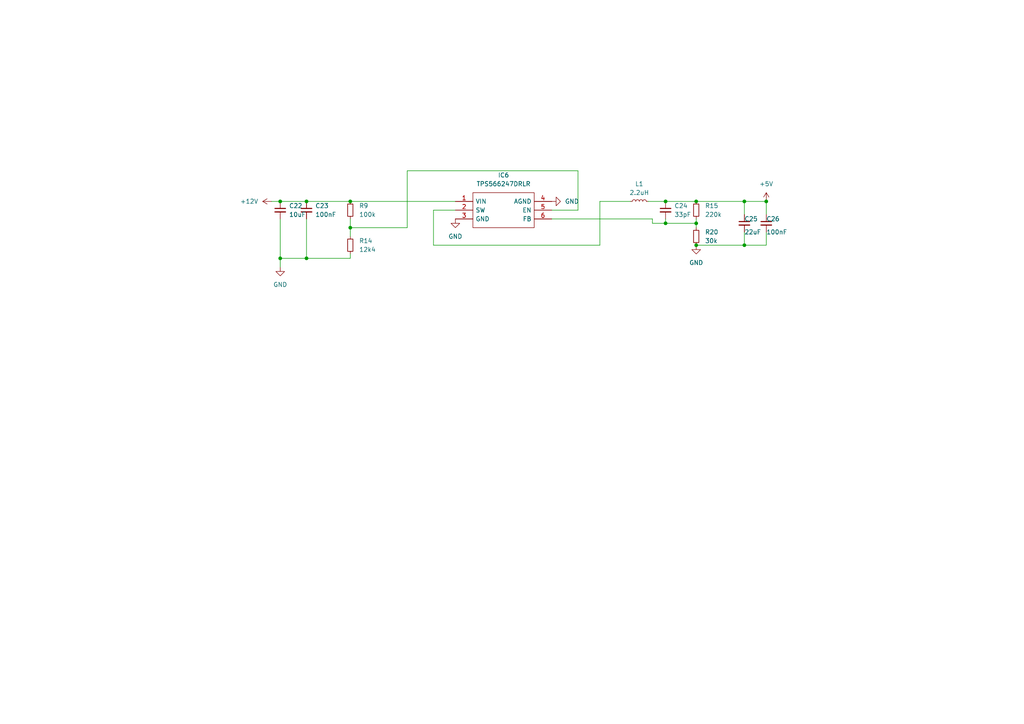
<source format=kicad_sch>
(kicad_sch (version 20231120) (generator "eeschema") (generator_version "8.0")
  (paper "A4")
  (lib_symbols
    (symbol "Device:C_Small" (pin_numbers hide) (pin_names (offset 0.254) hide)
      (property "Reference" "C" (at 0.254 1.778 0))
      (property "Value" "C_Small" (at 0.254 -2.032 0))
      (symbol "C_Small_0_1"
        (polyline (pts (xy -1.524 -0.508) (xy 1.524 -0.508)) (stroke (width 0.3302)))
        (polyline (pts (xy -1.524 0.508) (xy 1.524 0.508)) (stroke (width 0.3048)))
      )
      (symbol "C_Small_1_1"
        (pin passive line (at 0 2.54 270) (length 2.032) (name "~") (number "1"))
        (pin passive line (at 0 -2.54 90) (length 2.032) (name "~") (number "2"))
      )
    )
    (symbol "Device:L_Small" (pin_numbers hide) (pin_names (offset 0.254) hide)
      (property "Reference" "L" (at 0.762 1.016 0))
      (property "Value" "L_Small" (at 0.762 -1.016 0))
      (symbol "L_Small_0_1"
        (arc (start 0 -2.032) (mid 0.5058 -1.524) (end 0 -1.016))
        (arc (start 0 -1.016) (mid 0.5058 -0.508) (end 0 0))
        (arc (start 0 0) (mid 0.5058 0.508) (end 0 1.016))
        (arc (start 0 1.016) (mid 0.5058 1.524) (end 0 2.032))
      )
      (symbol "L_Small_1_1"
        (pin passive line (at 0 2.54 270) (length 0.508) (name "~") (number "1"))
        (pin passive line (at 0 -2.54 90) (length 0.508) (name "~") (number "2"))
      )
    )
    (symbol "Device:R_Small" (pin_numbers hide) (pin_names (offset 0.254) hide)
      (property "Reference" "R" (at 0.762 0.508 0))
      (property "Value" "R_Small" (at 0.762 -1.016 0))
      (symbol "R_Small_0_1"
        (rectangle (start -0.762 1.778) (end 0.762 -1.778) (stroke (width 0.2032)))
      )
      (symbol "R_Small_1_1"
        (pin passive line (at 0 2.54 270) (length 0.762) (name "~") (number "1"))
        (pin passive line (at 0 -2.54 90) (length 0.762) (name "~") (number "2"))
      )
    )
    (symbol "local_library:TPS566247DRLR" (pin_names (offset 0.762))
      (property "Reference" "IC" (at 24.13 7.62 0))
      (property "Value" "TPS566247DRLR" (at 24.13 5.08 0))
      (symbol "TPS566247DRLR_0_0"
        (pin passive line (at 0 0 0) (length 5.08) (name "VIN") (number "1"))
        (pin passive line (at 0 -2.54 0) (length 5.08) (name "SW") (number "2"))
        (pin passive line (at 0 -5.08 0) (length 5.08) (name "GND") (number "3"))
        (pin passive line (at 27.94 0 180) (length 5.08) (name "AGND") (number "4"))
        (pin passive line (at 27.94 -2.54 180) (length 5.08) (name "EN") (number "5"))
        (pin passive line (at 27.94 -5.08 180) (length 5.08) (name "FB") (number "6"))
      )
      (symbol "TPS566247DRLR_0_1"
        (polyline (pts (xy 5.08 2.54) (xy 22.86 2.54) (xy 22.86 -7.62) (xy 5.08 -7.62) (xy 5.08 2.54)) (stroke (width 0.1524)))
      )
    )
    (symbol "power:+12V" (power) (pin_names (offset 0))
      (property "Value" "+12V" (at 0 3.556 0))
      (symbol "+12V_0_1"
        (polyline (pts (xy -0.762 1.27) (xy 0 2.54)))
        (polyline (pts (xy 0 0) (xy 0 2.54)))
        (polyline (pts (xy 0 2.54) (xy 0.762 1.27)))
      )
      (symbol "+12V_1_1"
        (pin power_in line (at 0 0 90) (length 0) hide (name "+12V") (number "1"))
      )
    )
    (symbol "power:+5V" (power) (pin_names (offset 0))
      (property "Value" "+5V" (at 0 3.556 0))
      (symbol "+5V_0_1"
        (polyline (pts (xy -0.762 1.27) (xy 0 2.54)))
        (polyline (pts (xy 0 0) (xy 0 2.54)))
        (polyline (pts (xy 0 2.54) (xy 0.762 1.27)))
      )
      (symbol "+5V_1_1"
        (pin power_in line (at 0 0 90) (length 0) hide (name "+5V") (number "1"))
      )
    )
    (symbol "power:GND" (power) (pin_names (offset 0))
      (property "Value" "GND" (at 0 -3.81 0))
      (symbol "GND_0_1"
        (polyline (pts (xy 0 0) (xy 0 -1.27) (xy 1.27 -1.27) (xy 0 -2.54) (xy -1.27 -1.27) (xy 0 -1.27)))
      )
      (symbol "GND_1_1"
        (pin power_in line (at 0 0 270) (length 0) hide (name "GND") (number "1"))
      )
    )
  )
  (junction (at 88.9 58.42))
  (junction (at 222.25 58.42))
  (junction (at 215.9 71.12))
  (junction (at 81.28 74.93))
  (junction (at 201.93 58.42))
  (junction (at 193.04 58.42))
  (junction (at 193.04 64.77))
  (junction (at 201.93 64.77))
  (junction (at 88.9 74.93))
  (junction (at 215.9 58.42))
  (junction (at 101.6 58.42))
  (junction (at 81.28 58.42))
  (junction (at 101.6 66.04))
  (junction (at 201.93 71.12))
  (wire (pts (xy 88.9 74.93) (xy 101.6 74.93)))
  (wire (pts (xy 81.28 77.47) (xy 81.28 74.93)))
  (wire (pts (xy 201.93 71.12) (xy 215.9 71.12)))
  (wire (pts (xy 118.11 66.04) (xy 101.6 66.04)))
  (wire (pts (xy 173.99 71.12) (xy 173.99 58.42)))
  (wire (pts (xy 193.04 64.77) (xy 201.93 64.77)))
  (wire (pts (xy 201.93 63.5) (xy 201.93 64.77)))
  (wire (pts (xy 222.25 67.31) (xy 222.25 71.12)))
  (wire (pts (xy 118.11 49.53) (xy 118.11 66.04)))
  (wire (pts (xy 81.28 74.93) (xy 81.28 63.5)))
  (wire (pts (xy 101.6 73.66) (xy 101.6 74.93)))
  (wire (pts (xy 222.25 71.12) (xy 215.9 71.12)))
  (wire (pts (xy 173.99 58.42) (xy 182.88 58.42)))
  (wire (pts (xy 101.6 63.5) (xy 101.6 66.04)))
  (wire (pts (xy 193.04 58.42) (xy 201.93 58.42)))
  (wire (pts (xy 187.96 58.42) (xy 193.04 58.42)))
  (wire (pts (xy 125.73 71.12) (xy 173.99 71.12)))
  (wire (pts (xy 167.64 60.96) (xy 167.64 49.53)))
  (wire (pts (xy 78.74 58.42) (xy 81.28 58.42)))
  (wire (pts (xy 222.25 58.42) (xy 215.9 58.42)))
  (wire (pts (xy 201.93 64.77) (xy 201.93 66.04)))
  (wire (pts (xy 167.64 49.53) (xy 118.11 49.53)))
  (wire (pts (xy 215.9 62.23) (xy 215.9 58.42)))
  (wire (pts (xy 189.23 63.5) (xy 189.23 64.77)))
  (wire (pts (xy 215.9 58.42) (xy 201.93 58.42)))
  (wire (pts (xy 215.9 71.12) (xy 215.9 67.31)))
  (wire (pts (xy 101.6 66.04) (xy 101.6 68.58)))
  (wire (pts (xy 88.9 74.93) (xy 88.9 63.5)))
  (wire (pts (xy 101.6 58.42) (xy 132.08 58.42)))
  (wire (pts (xy 125.73 60.96) (xy 125.73 71.12)))
  (wire (pts (xy 160.02 60.96) (xy 167.64 60.96)))
  (wire (pts (xy 132.08 60.96) (xy 125.73 60.96)))
  (wire (pts (xy 81.28 58.42) (xy 88.9 58.42)))
  (wire (pts (xy 193.04 63.5) (xy 193.04 64.77)))
  (wire (pts (xy 189.23 64.77) (xy 193.04 64.77)))
  (wire (pts (xy 160.02 63.5) (xy 189.23 63.5)))
  (wire (pts (xy 81.28 74.93) (xy 88.9 74.93)))
  (wire (pts (xy 222.25 62.23) (xy 222.25 58.42)))
  (wire (pts (xy 88.9 58.42) (xy 101.6 58.42)))
  (symbol (lib_id "Device:C_Small") (at 88.9 60.96 0) (unit 1)
    (property "Reference" "C23" (at 91.44 59.6962 0) (effects (justify left)))
    (property "Value" "100nF" (at 91.44 62.2362 0) (effects (justify left)))
    (property "Footprint" "Capacitor_SMD:C_0603_1608Metric" (effects (hide yes)))
  )
  (symbol (lib_id "Device:R_Small") (at 101.6 60.96 0) (unit 1)
    (property "Reference" "R9" (at 104.14 59.6899 0) (effects (justify left)))
    (property "Value" "100k" (at 104.14 62.2299 0) (effects (justify left)))
    (property "Footprint" "Resistor_SMD:R_0603_1608Metric" (effects (hide yes)))
  )
  (symbol (lib_id "power:GND") (at 160.02 58.42 90) (unit 1)
    (property "Reference" "#PWR0127" (effects (hide yes)))
    (property "Value" "GND" (at 163.83 58.4199 90) (effects (justify right)))
  )
  (symbol (lib_id "Device:C_Small") (at 193.04 60.96 0) (unit 1)
    (property "Reference" "C24" (at 195.58 59.6962 0) (effects (justify left)))
    (property "Value" "33pF" (at 195.58 62.2362 0) (effects (justify left)))
    (property "Footprint" "Capacitor_SMD:C_0603_1608Metric" (effects (hide yes)))
  )
  (symbol (lib_id "power:GND") (at 201.93 71.12 0) (unit 1)
    (property "Reference" "#PWR0128" (effects (hide yes)))
    (property "Value" "GND" (at 201.93 76.2 0))
  )
  (symbol (lib_id "power:+5V") (at 222.25 58.42 0) (unit 1)
    (property "Reference" "#PWR0129" (effects (hide yes)))
    (property "Value" "+5V" (at 222.25 53.34 0))
  )
  (symbol (lib_id "Device:R_Small") (at 201.93 60.96 0) (unit 1)
    (property "Reference" "R15" (at 204.47 59.6899 0) (effects (justify left)))
    (property "Value" "220k" (at 204.47 62.2299 0) (effects (justify left)))
    (property "Footprint" "Resistor_SMD:R_0603_1608Metric" (effects (hide yes)))
  )
  (symbol (lib_id "Device:L_Small") (at 185.42 58.42 90) (unit 1)
    (property "Reference" "L1" (at 185.42 53.34 90))
    (property "Value" "2.2uH" (at 185.42 55.88 90))
    (property "Footprint" "Library_local:XAL5030222MEC" (effects (hide yes)))
    (property "Model" "XAL5030-222MEB" (effects (hide yes)))
  )
  (symbol (lib_id "Device:R_Small") (at 101.6 71.12 0) (unit 1)
    (property "Reference" "R14" (at 104.14 69.8499 0) (effects (justify left)))
    (property "Value" "12k4" (at 104.14 72.3899 0) (effects (justify left)))
    (property "Footprint" "Resistor_SMD:R_0603_1608Metric" (effects (hide yes)))
  )
  (symbol (lib_id "Device:C_Small") (at 81.28 60.96 0) (unit 1)
    (property "Reference" "C22" (at 83.82 59.6962 0) (effects (justify left)))
    (property "Value" "10uF" (at 83.82 62.2362 0) (effects (justify left)))
    (property "Footprint" "Capacitor_SMD:C_1206_3216Metric" (effects (hide yes)))
  )
  (symbol (lib_id "local_library:TPS566247DRLR") (at 132.08 58.42 0) (unit 1)
    (property "Reference" "IC6" (at 146.05 50.8 0))
    (property "Value" "TPS566247DRLR" (at 146.05 53.34 0))
    (property "Footprint" "Library_local:SOTFL50P160X60-6N" (effects (hide yes)))
    (property "Datasheet" "https://www.ti.com/lit/ds/symlink/tps566247.pdf?ts=1660699623182&ref_url=https%253A%252F%252Fwww.ti.com%252Fproduct%252FTPS566247" (effects (hide yes)))
    (property "Description" "Switching Voltage Regulators 3-V to 16-V input voltage, 6-A FCCM mode, synchronous buck converter in SOT-563 package" (effects (hide yes)))
    (property "Description_1" "Switching Voltage Regulators 3-V to 16-V input voltage, 6-A FCCM mode, synchronous buck converter in SOT-563 package" (effects (hide yes)))
    (property "Height" "0.6" (effects (hide yes)))
    (property "Manufacturer_Name" "Texas Instruments" (effects (hide yes)))
    (property "Manufacturer_Part_Number" "TPS566247DRLR" (effects (hide yes)))
  )
  (symbol (lib_id "power:GND") (at 132.08 63.5 0) (unit 1)
    (property "Reference" "#PWR0124" (effects (hide yes)))
    (property "Value" "GND" (at 132.08 68.58 0))
  )
  (symbol (lib_id "Device:C_Small") (at 215.9 64.77 0) (unit 1)
    (property "Reference" "C25" (at 215.9 63.5 0) (effects (justify left)))
    (property "Value" "22uF" (at 215.9 67.31 0) (effects (justify left)))
    (property "Footprint" "Capacitor_SMD:C_0805_2012Metric" (effects (hide yes)))
  )
  (symbol (lib_id "Device:R_Small") (at 201.93 68.58 0) (unit 1)
    (property "Reference" "R20" (at 204.47 67.3099 0) (effects (justify left)))
    (property "Value" "30k" (at 204.47 69.8499 0) (effects (justify left)))
    (property "Footprint" "Resistor_SMD:R_0603_1608Metric" (effects (hide yes)))
  )
  (symbol (lib_id "Device:C_Small") (at 222.25 64.77 0) (unit 1)
    (property "Reference" "C26" (at 222.25 63.5 0) (effects (justify left)))
    (property "Value" "100nF" (at 222.25 67.31 0) (effects (justify left)))
    (property "Footprint" "Capacitor_SMD:C_0603_1608Metric" (effects (hide yes)))
  )
  (symbol (lib_id "power:GND") (at 81.28 77.47 0) (unit 1)
    (property "Reference" "#PWR0119" (effects (hide yes)))
    (property "Value" "GND" (at 81.28 82.55 0))
  )
  (symbol (lib_id "power:+12V") (at 78.74 58.42 90) (unit 1)
    (property "Reference" "#PWR0112" (effects (hide yes)))
    (property "Value" "+12V" (at 74.93 58.4199 90) (effects (justify left)))
  )
)
</source>
